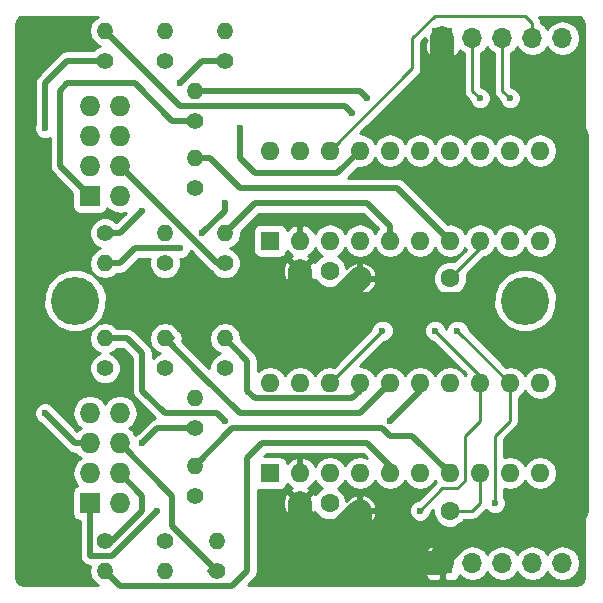
<source format=gbl>
G04 #@! TF.FileFunction,Copper,L2,Bot,Signal*
%FSLAX46Y46*%
G04 Gerber Fmt 4.6, Leading zero omitted, Abs format (unit mm)*
G04 Created by KiCad (PCBNEW 4.0.5) date Sat Jan 28 10:55:45 2017*
%MOMM*%
%LPD*%
G01*
G04 APERTURE LIST*
%ADD10C,0.100000*%
%ADD11R,1.600000X1.600000*%
%ADD12O,1.600000X1.600000*%
%ADD13C,1.400000*%
%ADD14O,1.400000X1.400000*%
%ADD15R,1.700000X1.700000*%
%ADD16O,1.700000X1.700000*%
%ADD17C,1.600000*%
%ADD18R,1.727200X1.727200*%
%ADD19O,1.727200X1.727200*%
%ADD20C,4.064000*%
%ADD21C,0.600000*%
%ADD22C,2.000000*%
%ADD23C,0.250000*%
%ADD24C,0.500000*%
%ADD25C,0.254000*%
G04 APERTURE END LIST*
D10*
D11*
X155575000Y-135890000D03*
D12*
X178435000Y-128270000D03*
X158115000Y-135890000D03*
X175895000Y-128270000D03*
X160655000Y-135890000D03*
X173355000Y-128270000D03*
X163195000Y-135890000D03*
X170815000Y-128270000D03*
X165735000Y-135890000D03*
X168275000Y-128270000D03*
X168275000Y-135890000D03*
X165735000Y-128270000D03*
X170815000Y-135890000D03*
X163195000Y-128270000D03*
X173355000Y-135890000D03*
X160655000Y-128270000D03*
X175895000Y-135890000D03*
X158115000Y-128270000D03*
X178435000Y-135890000D03*
X155575000Y-128270000D03*
D13*
X151130000Y-144145000D03*
D14*
X151130000Y-141605000D03*
D15*
X170180000Y-143510000D03*
D16*
X172720000Y-143510000D03*
X175260000Y-143510000D03*
X177800000Y-143510000D03*
X180340000Y-143510000D03*
D15*
X170180000Y-99060000D03*
D16*
X172720000Y-99060000D03*
X175260000Y-99060000D03*
X177800000Y-99060000D03*
X180340000Y-99060000D03*
D17*
X158115000Y-118745000D03*
X160615000Y-118745000D03*
X158115000Y-138430000D03*
X160615000Y-138430000D03*
D11*
X155575000Y-116205000D03*
D12*
X178435000Y-108585000D03*
X158115000Y-116205000D03*
X175895000Y-108585000D03*
X160655000Y-116205000D03*
X173355000Y-108585000D03*
X163195000Y-116205000D03*
X170815000Y-108585000D03*
X165735000Y-116205000D03*
X168275000Y-108585000D03*
X168275000Y-116205000D03*
X165735000Y-108585000D03*
X170815000Y-116205000D03*
X163195000Y-108585000D03*
X173355000Y-116205000D03*
X160655000Y-108585000D03*
X175895000Y-116205000D03*
X158115000Y-108585000D03*
X178435000Y-116205000D03*
X155575000Y-108585000D03*
D18*
X140335000Y-138430000D03*
D19*
X142875000Y-138430000D03*
X140335000Y-135890000D03*
X142875000Y-135890000D03*
X140335000Y-133350000D03*
X142875000Y-133350000D03*
X140335000Y-130810000D03*
X142875000Y-130810000D03*
D18*
X140335000Y-112395000D03*
D19*
X142875000Y-112395000D03*
X140335000Y-109855000D03*
X142875000Y-109855000D03*
X140335000Y-107315000D03*
X142875000Y-107315000D03*
X140335000Y-104775000D03*
X142875000Y-104775000D03*
D17*
X170815000Y-139065000D03*
D12*
X163195000Y-139065000D03*
D17*
X170815000Y-119380000D03*
D12*
X163195000Y-119380000D03*
D13*
X146685000Y-141605000D03*
D14*
X146685000Y-144145000D03*
D13*
X141605000Y-141605000D03*
D14*
X141605000Y-144145000D03*
D13*
X149225000Y-137795000D03*
D14*
X149225000Y-135255000D03*
D13*
X149225000Y-132080000D03*
D14*
X149225000Y-129540000D03*
D13*
X141605000Y-127000000D03*
D14*
X141605000Y-124460000D03*
D13*
X146685000Y-127000000D03*
D14*
X146685000Y-124460000D03*
D13*
X151765000Y-127000000D03*
D14*
X151765000Y-124460000D03*
D13*
X146685000Y-118110000D03*
D14*
X146685000Y-115570000D03*
D13*
X151765000Y-118110000D03*
D14*
X151765000Y-115570000D03*
D13*
X141605000Y-115570000D03*
D14*
X141605000Y-118110000D03*
D13*
X149225000Y-111760000D03*
D14*
X149225000Y-109220000D03*
D13*
X149225000Y-106045000D03*
D14*
X149225000Y-103505000D03*
D13*
X141605000Y-100965000D03*
D14*
X141605000Y-98425000D03*
D13*
X146685000Y-100965000D03*
D14*
X146685000Y-98425000D03*
D13*
X151765000Y-100965000D03*
D14*
X151765000Y-98425000D03*
D20*
X139065000Y-121285000D03*
X177165000Y-121285000D03*
D21*
X174625000Y-138430000D03*
X175895000Y-104140000D03*
X171450000Y-123825000D03*
X168275000Y-139065000D03*
X173355000Y-104140000D03*
X169545000Y-123825000D03*
X165735000Y-131445000D03*
X151765000Y-131445000D03*
X165100000Y-123825000D03*
X163830000Y-104140000D03*
X162560000Y-105410000D03*
X151765000Y-113030000D03*
X149860000Y-115570000D03*
X147955000Y-116840000D03*
X153035000Y-106680000D03*
X146050000Y-139065000D03*
X144780000Y-133350000D03*
X136525000Y-130810000D03*
X136525000Y-106680000D03*
X144780000Y-113665000D03*
X147955000Y-102870000D03*
D22*
X163195000Y-119380000D02*
X160972500Y-121602500D01*
X170180000Y-143510000D02*
X170180000Y-142875000D01*
X170180000Y-142875000D02*
X172085000Y-140970000D01*
X181610000Y-139065000D02*
X181610000Y-125730000D01*
X179705000Y-140970000D02*
X181610000Y-139065000D01*
X172085000Y-140970000D02*
X179705000Y-140970000D01*
X160972500Y-121602500D02*
X172402500Y-121602500D01*
X176530000Y-125730000D02*
X181610000Y-125730000D01*
X172402500Y-121602500D02*
X176530000Y-125730000D01*
X170180000Y-99060000D02*
X170180000Y-104140000D01*
X181610000Y-118110000D02*
X181610000Y-125730000D01*
X181610000Y-107315000D02*
X181610000Y-118110000D01*
X180340000Y-106045000D02*
X181610000Y-107315000D01*
X172085000Y-106045000D02*
X180340000Y-106045000D01*
X170180000Y-104140000D02*
X172085000Y-106045000D01*
X170180000Y-143510000D02*
X170180000Y-142875000D01*
X163195000Y-139065000D02*
X163195000Y-140335000D01*
X166370000Y-143510000D02*
X170180000Y-143510000D01*
X163195000Y-140335000D02*
X166370000Y-143510000D01*
X158115000Y-138430000D02*
X158115000Y-139700000D01*
X161290000Y-140970000D02*
X163195000Y-139065000D01*
X159385000Y-140970000D02*
X161290000Y-140970000D01*
X158115000Y-139700000D02*
X159385000Y-140970000D01*
X160972500Y-121602500D02*
X160655000Y-121920000D01*
X160655000Y-121920000D02*
X161290000Y-121920000D01*
D23*
X163195000Y-118745000D02*
X163195000Y-120015000D01*
D22*
X158115000Y-120015000D02*
X160020000Y-121920000D01*
X160020000Y-121920000D02*
X161290000Y-121920000D01*
X158115000Y-118745000D02*
X158115000Y-120015000D01*
D23*
X175895000Y-131445000D02*
X175895000Y-128270000D01*
X174625000Y-132715000D02*
X175895000Y-131445000D01*
X174625000Y-138430000D02*
X174625000Y-132715000D01*
X175260000Y-103505000D02*
X175260000Y-99060000D01*
X175895000Y-104140000D02*
X175260000Y-103505000D01*
X175895000Y-108585000D02*
X175895000Y-109220000D01*
X175895000Y-128270000D02*
X171450000Y-123825000D01*
X173355000Y-131445000D02*
X173355000Y-128270000D01*
X172085000Y-132715000D02*
X173355000Y-131445000D01*
X172085000Y-136525000D02*
X172085000Y-132715000D01*
X171450000Y-137160000D02*
X172085000Y-136525000D01*
X170180000Y-137160000D02*
X171450000Y-137160000D01*
X168275000Y-139065000D02*
X170180000Y-137160000D01*
X172720000Y-103505000D02*
X172720000Y-99060000D01*
X173355000Y-104140000D02*
X172720000Y-103505000D01*
X173355000Y-128905000D02*
X173355000Y-128270000D01*
X173355000Y-128270000D02*
X173355000Y-127635000D01*
X173355000Y-127635000D02*
X169545000Y-123825000D01*
X177800000Y-99060000D02*
X177800000Y-97790000D01*
X167640000Y-101600000D02*
X160655000Y-108585000D01*
X167640000Y-99060000D02*
X167640000Y-101600000D01*
X169545000Y-97155000D02*
X167640000Y-99060000D01*
X177165000Y-97155000D02*
X169545000Y-97155000D01*
X177800000Y-97790000D02*
X177165000Y-97155000D01*
X160655000Y-108585000D02*
X160655000Y-107950000D01*
D24*
X165735000Y-135890000D02*
X165735000Y-135255000D01*
X165735000Y-135255000D02*
X163830000Y-133350000D01*
X163830000Y-133350000D02*
X154940000Y-133350000D01*
X154940000Y-133350000D02*
X153670000Y-134620000D01*
X153670000Y-134620000D02*
X153670000Y-144145000D01*
X153670000Y-144145000D02*
X152400000Y-145415000D01*
X152400000Y-145415000D02*
X142875000Y-145415000D01*
X142875000Y-145415000D02*
X141605000Y-144145000D01*
X141605000Y-124460000D02*
X143510000Y-124460000D01*
X165735000Y-131445000D02*
X168275000Y-128905000D01*
X151130000Y-130810000D02*
X151765000Y-131445000D01*
X146685000Y-130810000D02*
X151130000Y-130810000D01*
X144780000Y-128905000D02*
X146685000Y-130810000D01*
X144780000Y-125730000D02*
X144780000Y-128905000D01*
X143510000Y-124460000D02*
X144780000Y-125730000D01*
X168275000Y-128905000D02*
X168275000Y-128270000D01*
X165735000Y-128270000D02*
X163195000Y-130810000D01*
X149860000Y-127635000D02*
X146685000Y-124460000D01*
X153035000Y-130810000D02*
X149860000Y-127635000D01*
X163195000Y-130810000D02*
X153035000Y-130810000D01*
X146685000Y-124460000D02*
X147320000Y-124460000D01*
X149225000Y-135255000D02*
X152400000Y-132080000D01*
X167640000Y-132715000D02*
X170815000Y-135890000D01*
X165735000Y-132715000D02*
X167640000Y-132715000D01*
X165100000Y-132080000D02*
X165735000Y-132715000D01*
X152400000Y-132080000D02*
X165100000Y-132080000D01*
X163195000Y-128270000D02*
X163195000Y-128905000D01*
X163195000Y-128905000D02*
X162560000Y-129540000D01*
X153670000Y-126365000D02*
X151765000Y-124460000D01*
X153670000Y-128905000D02*
X153670000Y-126365000D01*
X154305000Y-129540000D02*
X153670000Y-128905000D01*
X162560000Y-129540000D02*
X154305000Y-129540000D01*
D23*
X170815000Y-139065000D02*
X172720000Y-139065000D01*
X173355000Y-138430000D02*
X173355000Y-135890000D01*
X172720000Y-139065000D02*
X173355000Y-138430000D01*
X170815000Y-139065000D02*
X170815000Y-138430000D01*
X160655000Y-128270000D02*
X165100000Y-123825000D01*
D24*
X163830000Y-104140000D02*
X163195000Y-103505000D01*
X163195000Y-103505000D02*
X149225000Y-103505000D01*
X151765000Y-115570000D02*
X154305000Y-113030000D01*
X165735000Y-114935000D02*
X165735000Y-116205000D01*
X163830000Y-113030000D02*
X165735000Y-114935000D01*
X154305000Y-113030000D02*
X163830000Y-113030000D01*
X162560000Y-105410000D02*
X161925000Y-104775000D01*
X161925000Y-104775000D02*
X147955000Y-104775000D01*
X147955000Y-104775000D02*
X141605000Y-98425000D01*
X141605000Y-118110000D02*
X142875000Y-118110000D01*
X151765000Y-113665000D02*
X151765000Y-113030000D01*
X149860000Y-115570000D02*
X151765000Y-113665000D01*
X144145000Y-116840000D02*
X147955000Y-116840000D01*
X142875000Y-118110000D02*
X144145000Y-116840000D01*
X149225000Y-109220000D02*
X150495000Y-109220000D01*
X166370000Y-111760000D02*
X170815000Y-116205000D01*
X153035000Y-111760000D02*
X166370000Y-111760000D01*
X150495000Y-109220000D02*
X153035000Y-111760000D01*
X161290000Y-110490000D02*
X163195000Y-108585000D01*
X154305000Y-110490000D02*
X161290000Y-110490000D01*
X153035000Y-109220000D02*
X154305000Y-110490000D01*
X153035000Y-106680000D02*
X153035000Y-109220000D01*
D23*
X173355000Y-116205000D02*
X173355000Y-116840000D01*
X173355000Y-116840000D02*
X170815000Y-119380000D01*
D24*
X149225000Y-132080000D02*
X146050000Y-132080000D01*
X140335000Y-142875000D02*
X140335000Y-138430000D01*
X142240000Y-142875000D02*
X140335000Y-142875000D01*
X146050000Y-139065000D02*
X142240000Y-142875000D01*
X146050000Y-132080000D02*
X144780000Y-133350000D01*
X141605000Y-141605000D02*
X142240000Y-141605000D01*
X142240000Y-141605000D02*
X144780000Y-139065000D01*
X144780000Y-139065000D02*
X144780000Y-137795000D01*
X144780000Y-137795000D02*
X142875000Y-135890000D01*
X139065000Y-133350000D02*
X140335000Y-133350000D01*
X136525000Y-130810000D02*
X139065000Y-133350000D01*
X142875000Y-133350000D02*
X147320000Y-137795000D01*
X147320000Y-140335000D02*
X151130000Y-144145000D01*
X147320000Y-137795000D02*
X147320000Y-140335000D01*
X151130000Y-144145000D02*
X150495000Y-144145000D01*
X149225000Y-106045000D02*
X147320000Y-106045000D01*
X137795000Y-109855000D02*
X140335000Y-112395000D01*
X137795000Y-103505000D02*
X137795000Y-109855000D01*
X138430000Y-102870000D02*
X137795000Y-103505000D01*
X144145000Y-102870000D02*
X138430000Y-102870000D01*
X147320000Y-106045000D02*
X144145000Y-102870000D01*
X141605000Y-100965000D02*
X138430000Y-100965000D01*
X136525000Y-102870000D02*
X136525000Y-106680000D01*
X138430000Y-100965000D02*
X136525000Y-102870000D01*
X151765000Y-118110000D02*
X151130000Y-118110000D01*
X151130000Y-118110000D02*
X142875000Y-109855000D01*
X141605000Y-115570000D02*
X142875000Y-115570000D01*
X142875000Y-115570000D02*
X144780000Y-113665000D01*
X149860000Y-100965000D02*
X151765000Y-100965000D01*
X147955000Y-102870000D02*
X149860000Y-100965000D01*
D25*
G36*
X140661012Y-97454858D02*
X140371621Y-97887964D01*
X140270000Y-98398846D01*
X140270000Y-98451154D01*
X140371621Y-98962036D01*
X140661012Y-99395142D01*
X141094118Y-99684533D01*
X141171045Y-99699835D01*
X140849771Y-99832582D01*
X140601921Y-100080000D01*
X138430005Y-100080000D01*
X138430000Y-100079999D01*
X138147516Y-100136190D01*
X138091325Y-100147367D01*
X137804210Y-100339210D01*
X137804208Y-100339213D01*
X135899210Y-102244210D01*
X135707367Y-102531325D01*
X135707367Y-102531326D01*
X135639999Y-102870000D01*
X135640000Y-102870005D01*
X135640000Y-106373178D01*
X135590162Y-106493201D01*
X135589838Y-106865167D01*
X135731883Y-107208943D01*
X135994673Y-107472192D01*
X136338201Y-107614838D01*
X136710167Y-107615162D01*
X136910000Y-107532593D01*
X136910000Y-109854995D01*
X136909999Y-109855000D01*
X136959728Y-110105000D01*
X136977367Y-110193675D01*
X137131778Y-110424769D01*
X137169210Y-110480790D01*
X138823960Y-112135539D01*
X138823960Y-113258600D01*
X138868238Y-113493917D01*
X139007310Y-113710041D01*
X139219510Y-113855031D01*
X139471400Y-113906040D01*
X141198600Y-113906040D01*
X141433917Y-113861762D01*
X141650041Y-113722690D01*
X141795031Y-113510490D01*
X141803864Y-113466869D01*
X141815330Y-113484029D01*
X142301511Y-113808885D01*
X142875000Y-113922959D01*
X143368656Y-113824765D01*
X142558190Y-114635230D01*
X142362204Y-114438902D01*
X141871713Y-114235232D01*
X141340617Y-114234769D01*
X140849771Y-114437582D01*
X140473902Y-114812796D01*
X140270232Y-115303287D01*
X140269769Y-115834383D01*
X140472582Y-116325229D01*
X140847796Y-116701098D01*
X141170788Y-116835216D01*
X141094118Y-116850467D01*
X140661012Y-117139858D01*
X140371621Y-117572964D01*
X140270000Y-118083846D01*
X140270000Y-118136154D01*
X140371621Y-118647036D01*
X140661012Y-119080142D01*
X141094118Y-119369533D01*
X141605000Y-119471154D01*
X142115882Y-119369533D01*
X142548988Y-119080142D01*
X142605878Y-118995000D01*
X142874995Y-118995000D01*
X142875000Y-118995001D01*
X143157484Y-118938810D01*
X143213675Y-118927633D01*
X143500790Y-118735790D01*
X144511579Y-117725000D01*
X145399349Y-117725000D01*
X145350232Y-117843287D01*
X145349769Y-118374383D01*
X145552582Y-118865229D01*
X145927796Y-119241098D01*
X146418287Y-119444768D01*
X146949383Y-119445231D01*
X147440229Y-119242418D01*
X147816098Y-118867204D01*
X148019768Y-118376713D01*
X148020231Y-117845617D01*
X147991066Y-117775032D01*
X148140167Y-117775162D01*
X148483943Y-117633117D01*
X148747192Y-117370327D01*
X148862077Y-117093656D01*
X150504208Y-118735787D01*
X150504210Y-118735790D01*
X150607660Y-118804913D01*
X150632582Y-118865229D01*
X151007796Y-119241098D01*
X151498287Y-119444768D01*
X152029383Y-119445231D01*
X152520229Y-119242418D01*
X152896098Y-118867204D01*
X153036855Y-118528223D01*
X156668035Y-118528223D01*
X156695222Y-119098454D01*
X156861136Y-119499005D01*
X157107255Y-119573139D01*
X157935395Y-118745000D01*
X157107255Y-117916861D01*
X156861136Y-117990995D01*
X156668035Y-118528223D01*
X153036855Y-118528223D01*
X153099768Y-118376713D01*
X153100231Y-117845617D01*
X152897418Y-117354771D01*
X152522204Y-116978902D01*
X152199212Y-116844784D01*
X152275882Y-116829533D01*
X152708988Y-116540142D01*
X152998379Y-116107036D01*
X153100000Y-115596154D01*
X153100000Y-115543846D01*
X153090499Y-115496081D01*
X154671579Y-113915000D01*
X163463420Y-113915000D01*
X164716420Y-115167999D01*
X164465000Y-115544275D01*
X164209698Y-115162189D01*
X163744151Y-114851120D01*
X163195000Y-114741887D01*
X162645849Y-114851120D01*
X162180302Y-115162189D01*
X161925000Y-115544275D01*
X161669698Y-115162189D01*
X161204151Y-114851120D01*
X160655000Y-114741887D01*
X160105849Y-114851120D01*
X159640302Y-115162189D01*
X159370014Y-115566703D01*
X159267389Y-115349866D01*
X158852423Y-114973959D01*
X158464039Y-114813096D01*
X158242000Y-114935085D01*
X158242000Y-116078000D01*
X158262000Y-116078000D01*
X158262000Y-116332000D01*
X158242000Y-116332000D01*
X158242000Y-116352000D01*
X157988000Y-116352000D01*
X157988000Y-116332000D01*
X157968000Y-116332000D01*
X157968000Y-116078000D01*
X157988000Y-116078000D01*
X157988000Y-114935085D01*
X157765961Y-114813096D01*
X157377577Y-114973959D01*
X157004864Y-115311590D01*
X156978162Y-115169683D01*
X156839090Y-114953559D01*
X156626890Y-114808569D01*
X156375000Y-114757560D01*
X154775000Y-114757560D01*
X154539683Y-114801838D01*
X154323559Y-114940910D01*
X154178569Y-115153110D01*
X154127560Y-115405000D01*
X154127560Y-117005000D01*
X154171838Y-117240317D01*
X154310910Y-117456441D01*
X154523110Y-117601431D01*
X154775000Y-117652440D01*
X156375000Y-117652440D01*
X156610317Y-117608162D01*
X156826441Y-117469090D01*
X156971431Y-117256890D01*
X157003732Y-117097384D01*
X157377577Y-117436041D01*
X157435793Y-117460153D01*
X157360995Y-117491136D01*
X157286861Y-117737255D01*
X158115000Y-118565395D01*
X158943139Y-117737255D01*
X158869005Y-117491136D01*
X158788911Y-117462347D01*
X158852423Y-117436041D01*
X159267389Y-117060134D01*
X159370014Y-116843297D01*
X159640302Y-117247811D01*
X159961426Y-117462379D01*
X159803200Y-117527757D01*
X159399176Y-117931077D01*
X159371577Y-117997544D01*
X159368864Y-117990995D01*
X159122745Y-117916861D01*
X158294605Y-118745000D01*
X159122745Y-119573139D01*
X159368864Y-119499005D01*
X159371196Y-119492517D01*
X159397757Y-119556800D01*
X159801077Y-119960824D01*
X160328309Y-120179750D01*
X160899187Y-120180248D01*
X161426800Y-119962243D01*
X161830824Y-119558923D01*
X161852383Y-119507002D01*
X161925084Y-119507002D01*
X161803096Y-119729039D01*
X161963959Y-120117423D01*
X162339866Y-120532389D01*
X162845959Y-120771914D01*
X163068000Y-120650629D01*
X163068000Y-119507000D01*
X163322000Y-119507000D01*
X163322000Y-120650629D01*
X163544041Y-120771914D01*
X164050134Y-120532389D01*
X164426041Y-120117423D01*
X164586904Y-119729039D01*
X164464915Y-119507000D01*
X163322000Y-119507000D01*
X163068000Y-119507000D01*
X163048000Y-119507000D01*
X163048000Y-119253000D01*
X163068000Y-119253000D01*
X163068000Y-118109371D01*
X163322000Y-118109371D01*
X163322000Y-119253000D01*
X164464915Y-119253000D01*
X164586904Y-119030961D01*
X164426041Y-118642577D01*
X164050134Y-118227611D01*
X163544041Y-117988086D01*
X163322000Y-118109371D01*
X163068000Y-118109371D01*
X162845959Y-117988086D01*
X162339866Y-118227611D01*
X162050172Y-118547405D01*
X162050248Y-118460813D01*
X161832243Y-117933200D01*
X161428923Y-117529176D01*
X161317715Y-117482999D01*
X161669698Y-117247811D01*
X161925000Y-116865725D01*
X162180302Y-117247811D01*
X162645849Y-117558880D01*
X163195000Y-117668113D01*
X163744151Y-117558880D01*
X164209698Y-117247811D01*
X164465000Y-116865725D01*
X164720302Y-117247811D01*
X165185849Y-117558880D01*
X165735000Y-117668113D01*
X166284151Y-117558880D01*
X166749698Y-117247811D01*
X167005000Y-116865725D01*
X167260302Y-117247811D01*
X167725849Y-117558880D01*
X168275000Y-117668113D01*
X168824151Y-117558880D01*
X169289698Y-117247811D01*
X169545000Y-116865725D01*
X169800302Y-117247811D01*
X170265849Y-117558880D01*
X170815000Y-117668113D01*
X171364151Y-117558880D01*
X171829698Y-117247811D01*
X172085000Y-116865725D01*
X172152881Y-116967317D01*
X171153454Y-117966744D01*
X171101691Y-117945250D01*
X170530813Y-117944752D01*
X170003200Y-118162757D01*
X169599176Y-118566077D01*
X169380250Y-119093309D01*
X169379752Y-119664187D01*
X169597757Y-120191800D01*
X170001077Y-120595824D01*
X170528309Y-120814750D01*
X171099187Y-120815248D01*
X171626800Y-120597243D01*
X172030824Y-120193923D01*
X172249750Y-119666691D01*
X172250248Y-119095813D01*
X172227951Y-119041851D01*
X173662943Y-117606859D01*
X173904151Y-117558880D01*
X174369698Y-117247811D01*
X174625000Y-116865725D01*
X174880302Y-117247811D01*
X175345849Y-117558880D01*
X175895000Y-117668113D01*
X176444151Y-117558880D01*
X176909698Y-117247811D01*
X177165000Y-116865725D01*
X177420302Y-117247811D01*
X177885849Y-117558880D01*
X178435000Y-117668113D01*
X178984151Y-117558880D01*
X179449698Y-117247811D01*
X179760767Y-116782264D01*
X179870000Y-116233113D01*
X179870000Y-116176887D01*
X179760767Y-115627736D01*
X179449698Y-115162189D01*
X178984151Y-114851120D01*
X178435000Y-114741887D01*
X177885849Y-114851120D01*
X177420302Y-115162189D01*
X177165000Y-115544275D01*
X176909698Y-115162189D01*
X176444151Y-114851120D01*
X175895000Y-114741887D01*
X175345849Y-114851120D01*
X174880302Y-115162189D01*
X174625000Y-115544275D01*
X174369698Y-115162189D01*
X173904151Y-114851120D01*
X173355000Y-114741887D01*
X172805849Y-114851120D01*
X172340302Y-115162189D01*
X172085000Y-115544275D01*
X171829698Y-115162189D01*
X171364151Y-114851120D01*
X170815000Y-114741887D01*
X170638562Y-114776983D01*
X166995790Y-111134210D01*
X166895666Y-111067310D01*
X166708675Y-110942367D01*
X166637644Y-110928238D01*
X166370000Y-110874999D01*
X166369995Y-110875000D01*
X162156580Y-110875000D01*
X163018562Y-110013017D01*
X163195000Y-110048113D01*
X163744151Y-109938880D01*
X164209698Y-109627811D01*
X164465000Y-109245725D01*
X164720302Y-109627811D01*
X165185849Y-109938880D01*
X165735000Y-110048113D01*
X166284151Y-109938880D01*
X166749698Y-109627811D01*
X167005000Y-109245725D01*
X167260302Y-109627811D01*
X167725849Y-109938880D01*
X168275000Y-110048113D01*
X168824151Y-109938880D01*
X169289698Y-109627811D01*
X169545000Y-109245725D01*
X169800302Y-109627811D01*
X170265849Y-109938880D01*
X170815000Y-110048113D01*
X171364151Y-109938880D01*
X171829698Y-109627811D01*
X172085000Y-109245725D01*
X172340302Y-109627811D01*
X172805849Y-109938880D01*
X173355000Y-110048113D01*
X173904151Y-109938880D01*
X174369698Y-109627811D01*
X174625000Y-109245725D01*
X174880302Y-109627811D01*
X175345849Y-109938880D01*
X175895000Y-110048113D01*
X176444151Y-109938880D01*
X176909698Y-109627811D01*
X177165000Y-109245725D01*
X177420302Y-109627811D01*
X177885849Y-109938880D01*
X178435000Y-110048113D01*
X178984151Y-109938880D01*
X179449698Y-109627811D01*
X179760767Y-109162264D01*
X179870000Y-108613113D01*
X179870000Y-108556887D01*
X179760767Y-108007736D01*
X179449698Y-107542189D01*
X178984151Y-107231120D01*
X178435000Y-107121887D01*
X177885849Y-107231120D01*
X177420302Y-107542189D01*
X177165000Y-107924275D01*
X176909698Y-107542189D01*
X176444151Y-107231120D01*
X175895000Y-107121887D01*
X175345849Y-107231120D01*
X174880302Y-107542189D01*
X174625000Y-107924275D01*
X174369698Y-107542189D01*
X173904151Y-107231120D01*
X173355000Y-107121887D01*
X172805849Y-107231120D01*
X172340302Y-107542189D01*
X172085000Y-107924275D01*
X171829698Y-107542189D01*
X171364151Y-107231120D01*
X170815000Y-107121887D01*
X170265849Y-107231120D01*
X169800302Y-107542189D01*
X169545000Y-107924275D01*
X169289698Y-107542189D01*
X168824151Y-107231120D01*
X168275000Y-107121887D01*
X167725849Y-107231120D01*
X167260302Y-107542189D01*
X167005000Y-107924275D01*
X166749698Y-107542189D01*
X166284151Y-107231120D01*
X165735000Y-107121887D01*
X165185849Y-107231120D01*
X164720302Y-107542189D01*
X164465000Y-107924275D01*
X164209698Y-107542189D01*
X163744151Y-107231120D01*
X163195000Y-107121887D01*
X163192397Y-107122405D01*
X168177401Y-102137401D01*
X168342148Y-101890839D01*
X168400000Y-101600000D01*
X168400000Y-99374802D01*
X168695000Y-99079802D01*
X168695000Y-99187002D01*
X168853748Y-99187002D01*
X168695000Y-99345750D01*
X168695000Y-100036309D01*
X168791673Y-100269698D01*
X168970301Y-100448327D01*
X169203690Y-100545000D01*
X169894250Y-100545000D01*
X170053000Y-100386250D01*
X170053000Y-99187000D01*
X170033000Y-99187000D01*
X170033000Y-98933000D01*
X170053000Y-98933000D01*
X170053000Y-98913000D01*
X170307000Y-98913000D01*
X170307000Y-98933000D01*
X170327000Y-98933000D01*
X170327000Y-99187000D01*
X170307000Y-99187000D01*
X170307000Y-100386250D01*
X170465750Y-100545000D01*
X171156310Y-100545000D01*
X171389699Y-100448327D01*
X171568327Y-100269698D01*
X171640597Y-100095223D01*
X171669946Y-100139147D01*
X171960000Y-100332954D01*
X171960000Y-103505000D01*
X172017852Y-103795839D01*
X172182599Y-104042401D01*
X172419878Y-104279680D01*
X172419838Y-104325167D01*
X172561883Y-104668943D01*
X172824673Y-104932192D01*
X173168201Y-105074838D01*
X173540167Y-105075162D01*
X173883943Y-104933117D01*
X174147192Y-104670327D01*
X174289838Y-104326799D01*
X174290162Y-103954833D01*
X174148117Y-103611057D01*
X173885327Y-103347808D01*
X173541799Y-103205162D01*
X173494923Y-103205121D01*
X173480000Y-103190198D01*
X173480000Y-100332954D01*
X173770054Y-100139147D01*
X173990000Y-99809974D01*
X174209946Y-100139147D01*
X174500000Y-100332954D01*
X174500000Y-103505000D01*
X174557852Y-103795839D01*
X174722599Y-104042401D01*
X174959878Y-104279680D01*
X174959838Y-104325167D01*
X175101883Y-104668943D01*
X175364673Y-104932192D01*
X175708201Y-105074838D01*
X176080167Y-105075162D01*
X176423943Y-104933117D01*
X176687192Y-104670327D01*
X176829838Y-104326799D01*
X176830162Y-103954833D01*
X176688117Y-103611057D01*
X176425327Y-103347808D01*
X176081799Y-103205162D01*
X176034923Y-103205121D01*
X176020000Y-103190198D01*
X176020000Y-100332954D01*
X176310054Y-100139147D01*
X176530000Y-99809974D01*
X176749946Y-100139147D01*
X177231715Y-100461054D01*
X177800000Y-100574093D01*
X178368285Y-100461054D01*
X178850054Y-100139147D01*
X179070000Y-99809974D01*
X179289946Y-100139147D01*
X179771715Y-100461054D01*
X180340000Y-100574093D01*
X180908285Y-100461054D01*
X181390054Y-100139147D01*
X181711961Y-99657378D01*
X181825000Y-99089093D01*
X181825000Y-99030907D01*
X181711961Y-98462622D01*
X181390054Y-97980853D01*
X180908285Y-97658946D01*
X180340000Y-97545907D01*
X179771715Y-97658946D01*
X179289946Y-97980853D01*
X179070000Y-98310026D01*
X178850054Y-97980853D01*
X178559322Y-97786593D01*
X178502148Y-97499161D01*
X178337401Y-97252599D01*
X178314802Y-97230000D01*
X181540070Y-97230000D01*
X181818979Y-97285478D01*
X181996145Y-97403856D01*
X182114521Y-97581019D01*
X182170000Y-97859931D01*
X182170000Y-144710069D01*
X182114521Y-144988981D01*
X181996145Y-145166144D01*
X181818979Y-145284522D01*
X181540070Y-145340000D01*
X153726579Y-145340000D01*
X154295787Y-144770792D01*
X154295790Y-144770790D01*
X154487633Y-144483675D01*
X154507152Y-144385546D01*
X154555001Y-144145000D01*
X154555000Y-144144995D01*
X154555000Y-143795750D01*
X168695000Y-143795750D01*
X168695000Y-144486309D01*
X168791673Y-144719698D01*
X168970301Y-144898327D01*
X169203690Y-144995000D01*
X169894250Y-144995000D01*
X170053000Y-144836250D01*
X170053000Y-143637000D01*
X168853750Y-143637000D01*
X168695000Y-143795750D01*
X154555000Y-143795750D01*
X154555000Y-142533691D01*
X168695000Y-142533691D01*
X168695000Y-143224250D01*
X168853750Y-143383000D01*
X170053000Y-143383000D01*
X170053000Y-142183750D01*
X170307000Y-142183750D01*
X170307000Y-143383000D01*
X170327000Y-143383000D01*
X170327000Y-143637000D01*
X170307000Y-143637000D01*
X170307000Y-144836250D01*
X170465750Y-144995000D01*
X171156310Y-144995000D01*
X171389699Y-144898327D01*
X171568327Y-144719698D01*
X171640597Y-144545223D01*
X171669946Y-144589147D01*
X172151715Y-144911054D01*
X172720000Y-145024093D01*
X173288285Y-144911054D01*
X173770054Y-144589147D01*
X173990000Y-144259974D01*
X174209946Y-144589147D01*
X174691715Y-144911054D01*
X175260000Y-145024093D01*
X175828285Y-144911054D01*
X176310054Y-144589147D01*
X176530000Y-144259974D01*
X176749946Y-144589147D01*
X177231715Y-144911054D01*
X177800000Y-145024093D01*
X178368285Y-144911054D01*
X178850054Y-144589147D01*
X179070000Y-144259974D01*
X179289946Y-144589147D01*
X179771715Y-144911054D01*
X180340000Y-145024093D01*
X180908285Y-144911054D01*
X181390054Y-144589147D01*
X181711961Y-144107378D01*
X181825000Y-143539093D01*
X181825000Y-143480907D01*
X181711961Y-142912622D01*
X181390054Y-142430853D01*
X180908285Y-142108946D01*
X180340000Y-141995907D01*
X179771715Y-142108946D01*
X179289946Y-142430853D01*
X179070000Y-142760026D01*
X178850054Y-142430853D01*
X178368285Y-142108946D01*
X177800000Y-141995907D01*
X177231715Y-142108946D01*
X176749946Y-142430853D01*
X176530000Y-142760026D01*
X176310054Y-142430853D01*
X175828285Y-142108946D01*
X175260000Y-141995907D01*
X174691715Y-142108946D01*
X174209946Y-142430853D01*
X173990000Y-142760026D01*
X173770054Y-142430853D01*
X173288285Y-142108946D01*
X172720000Y-141995907D01*
X172151715Y-142108946D01*
X171669946Y-142430853D01*
X171640597Y-142474777D01*
X171568327Y-142300302D01*
X171389699Y-142121673D01*
X171156310Y-142025000D01*
X170465750Y-142025000D01*
X170307000Y-142183750D01*
X170053000Y-142183750D01*
X169894250Y-142025000D01*
X169203690Y-142025000D01*
X168970301Y-142121673D01*
X168791673Y-142300302D01*
X168695000Y-142533691D01*
X154555000Y-142533691D01*
X154555000Y-139437745D01*
X157286861Y-139437745D01*
X157360995Y-139683864D01*
X157898223Y-139876965D01*
X158468454Y-139849778D01*
X158869005Y-139683864D01*
X158943139Y-139437745D01*
X158115000Y-138609605D01*
X157286861Y-139437745D01*
X154555000Y-139437745D01*
X154555000Y-138213223D01*
X156668035Y-138213223D01*
X156695222Y-138783454D01*
X156861136Y-139184005D01*
X157107255Y-139258139D01*
X157935395Y-138430000D01*
X157107255Y-137601861D01*
X156861136Y-137675995D01*
X156668035Y-138213223D01*
X154555000Y-138213223D01*
X154555000Y-137292889D01*
X154775000Y-137337440D01*
X156375000Y-137337440D01*
X156610317Y-137293162D01*
X156826441Y-137154090D01*
X156971431Y-136941890D01*
X157003732Y-136782384D01*
X157377577Y-137121041D01*
X157435793Y-137145153D01*
X157360995Y-137176136D01*
X157286861Y-137422255D01*
X158115000Y-138250395D01*
X158943139Y-137422255D01*
X158869005Y-137176136D01*
X158788911Y-137147347D01*
X158852423Y-137121041D01*
X159267389Y-136745134D01*
X159370014Y-136528297D01*
X159640302Y-136932811D01*
X159961426Y-137147379D01*
X159803200Y-137212757D01*
X159399176Y-137616077D01*
X159371577Y-137682544D01*
X159368864Y-137675995D01*
X159122745Y-137601861D01*
X158294605Y-138430000D01*
X159122745Y-139258139D01*
X159368864Y-139184005D01*
X159371196Y-139177517D01*
X159397757Y-139241800D01*
X159801077Y-139645824D01*
X160328309Y-139864750D01*
X160899187Y-139865248D01*
X161426800Y-139647243D01*
X161830824Y-139243923D01*
X161852383Y-139192002D01*
X161925084Y-139192002D01*
X161803096Y-139414039D01*
X161963959Y-139802423D01*
X162339866Y-140217389D01*
X162845959Y-140456914D01*
X163068000Y-140335629D01*
X163068000Y-139192000D01*
X163322000Y-139192000D01*
X163322000Y-140335629D01*
X163544041Y-140456914D01*
X164050134Y-140217389D01*
X164426041Y-139802423D01*
X164586904Y-139414039D01*
X164464915Y-139192000D01*
X163322000Y-139192000D01*
X163068000Y-139192000D01*
X163048000Y-139192000D01*
X163048000Y-138938000D01*
X163068000Y-138938000D01*
X163068000Y-137794371D01*
X163322000Y-137794371D01*
X163322000Y-138938000D01*
X164464915Y-138938000D01*
X164586904Y-138715961D01*
X164426041Y-138327577D01*
X164050134Y-137912611D01*
X163544041Y-137673086D01*
X163322000Y-137794371D01*
X163068000Y-137794371D01*
X162845959Y-137673086D01*
X162339866Y-137912611D01*
X162050172Y-138232405D01*
X162050248Y-138145813D01*
X161832243Y-137618200D01*
X161428923Y-137214176D01*
X161317715Y-137167999D01*
X161669698Y-136932811D01*
X161925000Y-136550725D01*
X162180302Y-136932811D01*
X162645849Y-137243880D01*
X163195000Y-137353113D01*
X163744151Y-137243880D01*
X164209698Y-136932811D01*
X164465000Y-136550725D01*
X164720302Y-136932811D01*
X165185849Y-137243880D01*
X165735000Y-137353113D01*
X166284151Y-137243880D01*
X166749698Y-136932811D01*
X167005000Y-136550725D01*
X167260302Y-136932811D01*
X167725849Y-137243880D01*
X168275000Y-137353113D01*
X168824151Y-137243880D01*
X169289698Y-136932811D01*
X169545000Y-136550725D01*
X169612881Y-136652317D01*
X168135320Y-138129878D01*
X168089833Y-138129838D01*
X167746057Y-138271883D01*
X167482808Y-138534673D01*
X167340162Y-138878201D01*
X167339838Y-139250167D01*
X167481883Y-139593943D01*
X167744673Y-139857192D01*
X168088201Y-139999838D01*
X168460167Y-140000162D01*
X168803943Y-139858117D01*
X169067192Y-139595327D01*
X169209838Y-139251799D01*
X169209879Y-139204923D01*
X169380026Y-139034776D01*
X169379752Y-139349187D01*
X169597757Y-139876800D01*
X170001077Y-140280824D01*
X170528309Y-140499750D01*
X171099187Y-140500248D01*
X171626800Y-140282243D01*
X172030824Y-139878923D01*
X172053215Y-139825000D01*
X172720000Y-139825000D01*
X173010839Y-139767148D01*
X173257401Y-139602401D01*
X173866341Y-138993461D01*
X174094673Y-139222192D01*
X174438201Y-139364838D01*
X174810167Y-139365162D01*
X175153943Y-139223117D01*
X175417192Y-138960327D01*
X175559838Y-138616799D01*
X175560162Y-138244833D01*
X175418117Y-137901057D01*
X175385000Y-137867882D01*
X175385000Y-137251668D01*
X175895000Y-137353113D01*
X176444151Y-137243880D01*
X176909698Y-136932811D01*
X177165000Y-136550725D01*
X177420302Y-136932811D01*
X177885849Y-137243880D01*
X178435000Y-137353113D01*
X178984151Y-137243880D01*
X179449698Y-136932811D01*
X179760767Y-136467264D01*
X179870000Y-135918113D01*
X179870000Y-135861887D01*
X179760767Y-135312736D01*
X179449698Y-134847189D01*
X178984151Y-134536120D01*
X178435000Y-134426887D01*
X177885849Y-134536120D01*
X177420302Y-134847189D01*
X177165000Y-135229275D01*
X176909698Y-134847189D01*
X176444151Y-134536120D01*
X175895000Y-134426887D01*
X175385000Y-134528332D01*
X175385000Y-133029802D01*
X176432401Y-131982401D01*
X176597148Y-131735840D01*
X176655000Y-131445000D01*
X176655000Y-129482995D01*
X176909698Y-129312811D01*
X177165000Y-128930725D01*
X177420302Y-129312811D01*
X177885849Y-129623880D01*
X178435000Y-129733113D01*
X178984151Y-129623880D01*
X179449698Y-129312811D01*
X179760767Y-128847264D01*
X179870000Y-128298113D01*
X179870000Y-128241887D01*
X179760767Y-127692736D01*
X179449698Y-127227189D01*
X178984151Y-126916120D01*
X178435000Y-126806887D01*
X177885849Y-126916120D01*
X177420302Y-127227189D01*
X177165000Y-127609275D01*
X176909698Y-127227189D01*
X176444151Y-126916120D01*
X175895000Y-126806887D01*
X175571114Y-126871312D01*
X172385122Y-123685320D01*
X172385162Y-123639833D01*
X172243117Y-123296057D01*
X171980327Y-123032808D01*
X171636799Y-122890162D01*
X171264833Y-122889838D01*
X170921057Y-123031883D01*
X170657808Y-123294673D01*
X170515162Y-123638201D01*
X170515090Y-123720288D01*
X170480122Y-123685320D01*
X170480162Y-123639833D01*
X170338117Y-123296057D01*
X170075327Y-123032808D01*
X169731799Y-122890162D01*
X169359833Y-122889838D01*
X169016057Y-123031883D01*
X168752808Y-123294673D01*
X168610162Y-123638201D01*
X168609838Y-124010167D01*
X168751883Y-124353943D01*
X169014673Y-124617192D01*
X169358201Y-124759838D01*
X169405077Y-124759879D01*
X172152881Y-127507683D01*
X172085000Y-127609275D01*
X171829698Y-127227189D01*
X171364151Y-126916120D01*
X170815000Y-126806887D01*
X170265849Y-126916120D01*
X169800302Y-127227189D01*
X169545000Y-127609275D01*
X169289698Y-127227189D01*
X168824151Y-126916120D01*
X168275000Y-126806887D01*
X167725849Y-126916120D01*
X167260302Y-127227189D01*
X167005000Y-127609275D01*
X166749698Y-127227189D01*
X166284151Y-126916120D01*
X165735000Y-126806887D01*
X165185849Y-126916120D01*
X164720302Y-127227189D01*
X164465000Y-127609275D01*
X164209698Y-127227189D01*
X163744151Y-126916120D01*
X163195000Y-126806887D01*
X163192397Y-126807405D01*
X165239680Y-124760122D01*
X165285167Y-124760162D01*
X165628943Y-124618117D01*
X165892192Y-124355327D01*
X166034838Y-124011799D01*
X166035162Y-123639833D01*
X165893117Y-123296057D01*
X165630327Y-123032808D01*
X165286799Y-122890162D01*
X164914833Y-122889838D01*
X164571057Y-123031883D01*
X164307808Y-123294673D01*
X164165162Y-123638201D01*
X164165121Y-123685077D01*
X160978886Y-126871312D01*
X160655000Y-126806887D01*
X160105849Y-126916120D01*
X159640302Y-127227189D01*
X159385000Y-127609275D01*
X159129698Y-127227189D01*
X158664151Y-126916120D01*
X158115000Y-126806887D01*
X157565849Y-126916120D01*
X157100302Y-127227189D01*
X156845000Y-127609275D01*
X156589698Y-127227189D01*
X156124151Y-126916120D01*
X155575000Y-126806887D01*
X155025849Y-126916120D01*
X154560302Y-127227189D01*
X154555000Y-127235124D01*
X154555000Y-126365005D01*
X154555001Y-126365000D01*
X154487633Y-126026326D01*
X154487633Y-126026325D01*
X154295790Y-125739210D01*
X154295787Y-125739208D01*
X153090499Y-124533919D01*
X153100000Y-124486154D01*
X153100000Y-124433846D01*
X152998379Y-123922964D01*
X152708988Y-123489858D01*
X152275882Y-123200467D01*
X151765000Y-123098846D01*
X151254118Y-123200467D01*
X150821012Y-123489858D01*
X150531621Y-123922964D01*
X150430000Y-124433846D01*
X150430000Y-124486154D01*
X150531621Y-124997036D01*
X150821012Y-125430142D01*
X151254118Y-125719533D01*
X151331045Y-125734835D01*
X151009771Y-125867582D01*
X150633902Y-126242796D01*
X150430232Y-126733287D01*
X150430040Y-126953461D01*
X148160466Y-124683886D01*
X148205000Y-124460000D01*
X148137633Y-124121325D01*
X147945790Y-123834210D01*
X147789136Y-123729538D01*
X147628988Y-123489858D01*
X147195882Y-123200467D01*
X146685000Y-123098846D01*
X146174118Y-123200467D01*
X145741012Y-123489858D01*
X145451621Y-123922964D01*
X145350000Y-124433846D01*
X145350000Y-124486154D01*
X145451621Y-124997036D01*
X145741012Y-125430142D01*
X146174118Y-125719533D01*
X146251045Y-125734835D01*
X145929771Y-125867582D01*
X145665000Y-126131892D01*
X145665000Y-125730005D01*
X145665001Y-125730000D01*
X145597633Y-125391325D01*
X145566680Y-125345000D01*
X145405790Y-125104210D01*
X145405787Y-125104208D01*
X144135790Y-123834210D01*
X144122006Y-123825000D01*
X143848675Y-123642367D01*
X143792484Y-123631190D01*
X143510000Y-123574999D01*
X143509995Y-123575000D01*
X142605878Y-123575000D01*
X142548988Y-123489858D01*
X142115882Y-123200467D01*
X141605000Y-123098846D01*
X141094118Y-123200467D01*
X140661012Y-123489858D01*
X140371621Y-123922964D01*
X140270000Y-124433846D01*
X140270000Y-124486154D01*
X140371621Y-124997036D01*
X140661012Y-125430142D01*
X141094118Y-125719533D01*
X141171045Y-125734835D01*
X140849771Y-125867582D01*
X140473902Y-126242796D01*
X140270232Y-126733287D01*
X140269769Y-127264383D01*
X140472582Y-127755229D01*
X140847796Y-128131098D01*
X141338287Y-128334768D01*
X141869383Y-128335231D01*
X142360229Y-128132418D01*
X142736098Y-127757204D01*
X142939768Y-127266713D01*
X142940231Y-126735617D01*
X142737418Y-126244771D01*
X142362204Y-125868902D01*
X142039212Y-125734784D01*
X142115882Y-125719533D01*
X142548988Y-125430142D01*
X142605878Y-125345000D01*
X143143420Y-125345000D01*
X143895000Y-126096579D01*
X143895000Y-128904995D01*
X143894999Y-128905000D01*
X143914486Y-129002964D01*
X143962367Y-129243675D01*
X144008562Y-129312811D01*
X144154210Y-129530790D01*
X145856842Y-131233421D01*
X145724064Y-131259833D01*
X145711325Y-131262367D01*
X145424210Y-131454210D01*
X145424208Y-131454213D01*
X144371164Y-132507256D01*
X144251057Y-132556883D01*
X144179873Y-132627943D01*
X143934670Y-132260971D01*
X143663828Y-132080000D01*
X143934670Y-131899029D01*
X144259526Y-131412848D01*
X144373600Y-130839359D01*
X144373600Y-130780641D01*
X144259526Y-130207152D01*
X143934670Y-129720971D01*
X143448489Y-129396115D01*
X142875000Y-129282041D01*
X142301511Y-129396115D01*
X141815330Y-129720971D01*
X141605000Y-130035752D01*
X141394670Y-129720971D01*
X140908489Y-129396115D01*
X140335000Y-129282041D01*
X139761511Y-129396115D01*
X139275330Y-129720971D01*
X138950474Y-130207152D01*
X138836400Y-130780641D01*
X138836400Y-130839359D01*
X138950474Y-131412848D01*
X139275330Y-131899029D01*
X139546172Y-132080000D01*
X139275330Y-132260971D01*
X139256192Y-132289613D01*
X137367744Y-130401164D01*
X137318117Y-130281057D01*
X137055327Y-130017808D01*
X136711799Y-129875162D01*
X136339833Y-129874838D01*
X135996057Y-130016883D01*
X135732808Y-130279673D01*
X135590162Y-130623201D01*
X135589838Y-130995167D01*
X135731883Y-131338943D01*
X135994673Y-131602192D01*
X136115986Y-131652566D01*
X138439208Y-133975787D01*
X138439210Y-133975790D01*
X138726325Y-134167633D01*
X139065000Y-134235000D01*
X139139002Y-134235000D01*
X139275330Y-134439029D01*
X139546172Y-134620000D01*
X139275330Y-134800971D01*
X138950474Y-135287152D01*
X138836400Y-135860641D01*
X138836400Y-135919359D01*
X138950474Y-136492848D01*
X139261574Y-136958442D01*
X139236083Y-136963238D01*
X139019959Y-137102310D01*
X138874969Y-137314510D01*
X138823960Y-137566400D01*
X138823960Y-139293600D01*
X138868238Y-139528917D01*
X139007310Y-139745041D01*
X139219510Y-139890031D01*
X139450000Y-139936706D01*
X139450000Y-142875000D01*
X139517367Y-143213675D01*
X139709210Y-143500790D01*
X139996325Y-143692633D01*
X140335000Y-143760000D01*
X140341379Y-143760000D01*
X140270000Y-144118846D01*
X140270000Y-144171154D01*
X140371621Y-144682036D01*
X140661012Y-145115142D01*
X140997537Y-145340000D01*
X134689931Y-145340000D01*
X134411019Y-145284521D01*
X134233856Y-145166145D01*
X134115478Y-144988979D01*
X134060000Y-144710070D01*
X134060000Y-121813172D01*
X136397538Y-121813172D01*
X136802709Y-122793761D01*
X137552293Y-123544655D01*
X138532173Y-123951536D01*
X139593172Y-123952462D01*
X140573761Y-123547291D01*
X141324655Y-122797707D01*
X141731536Y-121817827D01*
X141731540Y-121813172D01*
X174497538Y-121813172D01*
X174902709Y-122793761D01*
X175652293Y-123544655D01*
X176632173Y-123951536D01*
X177693172Y-123952462D01*
X178673761Y-123547291D01*
X179424655Y-122797707D01*
X179831536Y-121817827D01*
X179832462Y-120756828D01*
X179427291Y-119776239D01*
X178677707Y-119025345D01*
X177697827Y-118618464D01*
X176636828Y-118617538D01*
X175656239Y-119022709D01*
X174905345Y-119772293D01*
X174498464Y-120752173D01*
X174497538Y-121813172D01*
X141731540Y-121813172D01*
X141732462Y-120756828D01*
X141327291Y-119776239D01*
X141303838Y-119752745D01*
X157286861Y-119752745D01*
X157360995Y-119998864D01*
X157898223Y-120191965D01*
X158468454Y-120164778D01*
X158869005Y-119998864D01*
X158943139Y-119752745D01*
X158115000Y-118924605D01*
X157286861Y-119752745D01*
X141303838Y-119752745D01*
X140577707Y-119025345D01*
X139597827Y-118618464D01*
X138536828Y-118617538D01*
X137556239Y-119022709D01*
X136805345Y-119772293D01*
X136398464Y-120752173D01*
X136397538Y-121813172D01*
X134060000Y-121813172D01*
X134060000Y-97859930D01*
X134115478Y-97581021D01*
X134233856Y-97403855D01*
X134411019Y-97285479D01*
X134689931Y-97230000D01*
X140997537Y-97230000D01*
X140661012Y-97454858D01*
X140661012Y-97454858D01*
G37*
X140661012Y-97454858D02*
X140371621Y-97887964D01*
X140270000Y-98398846D01*
X140270000Y-98451154D01*
X140371621Y-98962036D01*
X140661012Y-99395142D01*
X141094118Y-99684533D01*
X141171045Y-99699835D01*
X140849771Y-99832582D01*
X140601921Y-100080000D01*
X138430005Y-100080000D01*
X138430000Y-100079999D01*
X138147516Y-100136190D01*
X138091325Y-100147367D01*
X137804210Y-100339210D01*
X137804208Y-100339213D01*
X135899210Y-102244210D01*
X135707367Y-102531325D01*
X135707367Y-102531326D01*
X135639999Y-102870000D01*
X135640000Y-102870005D01*
X135640000Y-106373178D01*
X135590162Y-106493201D01*
X135589838Y-106865167D01*
X135731883Y-107208943D01*
X135994673Y-107472192D01*
X136338201Y-107614838D01*
X136710167Y-107615162D01*
X136910000Y-107532593D01*
X136910000Y-109854995D01*
X136909999Y-109855000D01*
X136959728Y-110105000D01*
X136977367Y-110193675D01*
X137131778Y-110424769D01*
X137169210Y-110480790D01*
X138823960Y-112135539D01*
X138823960Y-113258600D01*
X138868238Y-113493917D01*
X139007310Y-113710041D01*
X139219510Y-113855031D01*
X139471400Y-113906040D01*
X141198600Y-113906040D01*
X141433917Y-113861762D01*
X141650041Y-113722690D01*
X141795031Y-113510490D01*
X141803864Y-113466869D01*
X141815330Y-113484029D01*
X142301511Y-113808885D01*
X142875000Y-113922959D01*
X143368656Y-113824765D01*
X142558190Y-114635230D01*
X142362204Y-114438902D01*
X141871713Y-114235232D01*
X141340617Y-114234769D01*
X140849771Y-114437582D01*
X140473902Y-114812796D01*
X140270232Y-115303287D01*
X140269769Y-115834383D01*
X140472582Y-116325229D01*
X140847796Y-116701098D01*
X141170788Y-116835216D01*
X141094118Y-116850467D01*
X140661012Y-117139858D01*
X140371621Y-117572964D01*
X140270000Y-118083846D01*
X140270000Y-118136154D01*
X140371621Y-118647036D01*
X140661012Y-119080142D01*
X141094118Y-119369533D01*
X141605000Y-119471154D01*
X142115882Y-119369533D01*
X142548988Y-119080142D01*
X142605878Y-118995000D01*
X142874995Y-118995000D01*
X142875000Y-118995001D01*
X143157484Y-118938810D01*
X143213675Y-118927633D01*
X143500790Y-118735790D01*
X144511579Y-117725000D01*
X145399349Y-117725000D01*
X145350232Y-117843287D01*
X145349769Y-118374383D01*
X145552582Y-118865229D01*
X145927796Y-119241098D01*
X146418287Y-119444768D01*
X146949383Y-119445231D01*
X147440229Y-119242418D01*
X147816098Y-118867204D01*
X148019768Y-118376713D01*
X148020231Y-117845617D01*
X147991066Y-117775032D01*
X148140167Y-117775162D01*
X148483943Y-117633117D01*
X148747192Y-117370327D01*
X148862077Y-117093656D01*
X150504208Y-118735787D01*
X150504210Y-118735790D01*
X150607660Y-118804913D01*
X150632582Y-118865229D01*
X151007796Y-119241098D01*
X151498287Y-119444768D01*
X152029383Y-119445231D01*
X152520229Y-119242418D01*
X152896098Y-118867204D01*
X153036855Y-118528223D01*
X156668035Y-118528223D01*
X156695222Y-119098454D01*
X156861136Y-119499005D01*
X157107255Y-119573139D01*
X157935395Y-118745000D01*
X157107255Y-117916861D01*
X156861136Y-117990995D01*
X156668035Y-118528223D01*
X153036855Y-118528223D01*
X153099768Y-118376713D01*
X153100231Y-117845617D01*
X152897418Y-117354771D01*
X152522204Y-116978902D01*
X152199212Y-116844784D01*
X152275882Y-116829533D01*
X152708988Y-116540142D01*
X152998379Y-116107036D01*
X153100000Y-115596154D01*
X153100000Y-115543846D01*
X153090499Y-115496081D01*
X154671579Y-113915000D01*
X163463420Y-113915000D01*
X164716420Y-115167999D01*
X164465000Y-115544275D01*
X164209698Y-115162189D01*
X163744151Y-114851120D01*
X163195000Y-114741887D01*
X162645849Y-114851120D01*
X162180302Y-115162189D01*
X161925000Y-115544275D01*
X161669698Y-115162189D01*
X161204151Y-114851120D01*
X160655000Y-114741887D01*
X160105849Y-114851120D01*
X159640302Y-115162189D01*
X159370014Y-115566703D01*
X159267389Y-115349866D01*
X158852423Y-114973959D01*
X158464039Y-114813096D01*
X158242000Y-114935085D01*
X158242000Y-116078000D01*
X158262000Y-116078000D01*
X158262000Y-116332000D01*
X158242000Y-116332000D01*
X158242000Y-116352000D01*
X157988000Y-116352000D01*
X157988000Y-116332000D01*
X157968000Y-116332000D01*
X157968000Y-116078000D01*
X157988000Y-116078000D01*
X157988000Y-114935085D01*
X157765961Y-114813096D01*
X157377577Y-114973959D01*
X157004864Y-115311590D01*
X156978162Y-115169683D01*
X156839090Y-114953559D01*
X156626890Y-114808569D01*
X156375000Y-114757560D01*
X154775000Y-114757560D01*
X154539683Y-114801838D01*
X154323559Y-114940910D01*
X154178569Y-115153110D01*
X154127560Y-115405000D01*
X154127560Y-117005000D01*
X154171838Y-117240317D01*
X154310910Y-117456441D01*
X154523110Y-117601431D01*
X154775000Y-117652440D01*
X156375000Y-117652440D01*
X156610317Y-117608162D01*
X156826441Y-117469090D01*
X156971431Y-117256890D01*
X157003732Y-117097384D01*
X157377577Y-117436041D01*
X157435793Y-117460153D01*
X157360995Y-117491136D01*
X157286861Y-117737255D01*
X158115000Y-118565395D01*
X158943139Y-117737255D01*
X158869005Y-117491136D01*
X158788911Y-117462347D01*
X158852423Y-117436041D01*
X159267389Y-117060134D01*
X159370014Y-116843297D01*
X159640302Y-117247811D01*
X159961426Y-117462379D01*
X159803200Y-117527757D01*
X159399176Y-117931077D01*
X159371577Y-117997544D01*
X159368864Y-117990995D01*
X159122745Y-117916861D01*
X158294605Y-118745000D01*
X159122745Y-119573139D01*
X159368864Y-119499005D01*
X159371196Y-119492517D01*
X159397757Y-119556800D01*
X159801077Y-119960824D01*
X160328309Y-120179750D01*
X160899187Y-120180248D01*
X161426800Y-119962243D01*
X161830824Y-119558923D01*
X161852383Y-119507002D01*
X161925084Y-119507002D01*
X161803096Y-119729039D01*
X161963959Y-120117423D01*
X162339866Y-120532389D01*
X162845959Y-120771914D01*
X163068000Y-120650629D01*
X163068000Y-119507000D01*
X163322000Y-119507000D01*
X163322000Y-120650629D01*
X163544041Y-120771914D01*
X164050134Y-120532389D01*
X164426041Y-120117423D01*
X164586904Y-119729039D01*
X164464915Y-119507000D01*
X163322000Y-119507000D01*
X163068000Y-119507000D01*
X163048000Y-119507000D01*
X163048000Y-119253000D01*
X163068000Y-119253000D01*
X163068000Y-118109371D01*
X163322000Y-118109371D01*
X163322000Y-119253000D01*
X164464915Y-119253000D01*
X164586904Y-119030961D01*
X164426041Y-118642577D01*
X164050134Y-118227611D01*
X163544041Y-117988086D01*
X163322000Y-118109371D01*
X163068000Y-118109371D01*
X162845959Y-117988086D01*
X162339866Y-118227611D01*
X162050172Y-118547405D01*
X162050248Y-118460813D01*
X161832243Y-117933200D01*
X161428923Y-117529176D01*
X161317715Y-117482999D01*
X161669698Y-117247811D01*
X161925000Y-116865725D01*
X162180302Y-117247811D01*
X162645849Y-117558880D01*
X163195000Y-117668113D01*
X163744151Y-117558880D01*
X164209698Y-117247811D01*
X164465000Y-116865725D01*
X164720302Y-117247811D01*
X165185849Y-117558880D01*
X165735000Y-117668113D01*
X166284151Y-117558880D01*
X166749698Y-117247811D01*
X167005000Y-116865725D01*
X167260302Y-117247811D01*
X167725849Y-117558880D01*
X168275000Y-117668113D01*
X168824151Y-117558880D01*
X169289698Y-117247811D01*
X169545000Y-116865725D01*
X169800302Y-117247811D01*
X170265849Y-117558880D01*
X170815000Y-117668113D01*
X171364151Y-117558880D01*
X171829698Y-117247811D01*
X172085000Y-116865725D01*
X172152881Y-116967317D01*
X171153454Y-117966744D01*
X171101691Y-117945250D01*
X170530813Y-117944752D01*
X170003200Y-118162757D01*
X169599176Y-118566077D01*
X169380250Y-119093309D01*
X169379752Y-119664187D01*
X169597757Y-120191800D01*
X170001077Y-120595824D01*
X170528309Y-120814750D01*
X171099187Y-120815248D01*
X171626800Y-120597243D01*
X172030824Y-120193923D01*
X172249750Y-119666691D01*
X172250248Y-119095813D01*
X172227951Y-119041851D01*
X173662943Y-117606859D01*
X173904151Y-117558880D01*
X174369698Y-117247811D01*
X174625000Y-116865725D01*
X174880302Y-117247811D01*
X175345849Y-117558880D01*
X175895000Y-117668113D01*
X176444151Y-117558880D01*
X176909698Y-117247811D01*
X177165000Y-116865725D01*
X177420302Y-117247811D01*
X177885849Y-117558880D01*
X178435000Y-117668113D01*
X178984151Y-117558880D01*
X179449698Y-117247811D01*
X179760767Y-116782264D01*
X179870000Y-116233113D01*
X179870000Y-116176887D01*
X179760767Y-115627736D01*
X179449698Y-115162189D01*
X178984151Y-114851120D01*
X178435000Y-114741887D01*
X177885849Y-114851120D01*
X177420302Y-115162189D01*
X177165000Y-115544275D01*
X176909698Y-115162189D01*
X176444151Y-114851120D01*
X175895000Y-114741887D01*
X175345849Y-114851120D01*
X174880302Y-115162189D01*
X174625000Y-115544275D01*
X174369698Y-115162189D01*
X173904151Y-114851120D01*
X173355000Y-114741887D01*
X172805849Y-114851120D01*
X172340302Y-115162189D01*
X172085000Y-115544275D01*
X171829698Y-115162189D01*
X171364151Y-114851120D01*
X170815000Y-114741887D01*
X170638562Y-114776983D01*
X166995790Y-111134210D01*
X166895666Y-111067310D01*
X166708675Y-110942367D01*
X166637644Y-110928238D01*
X166370000Y-110874999D01*
X166369995Y-110875000D01*
X162156580Y-110875000D01*
X163018562Y-110013017D01*
X163195000Y-110048113D01*
X163744151Y-109938880D01*
X164209698Y-109627811D01*
X164465000Y-109245725D01*
X164720302Y-109627811D01*
X165185849Y-109938880D01*
X165735000Y-110048113D01*
X166284151Y-109938880D01*
X166749698Y-109627811D01*
X167005000Y-109245725D01*
X167260302Y-109627811D01*
X167725849Y-109938880D01*
X168275000Y-110048113D01*
X168824151Y-109938880D01*
X169289698Y-109627811D01*
X169545000Y-109245725D01*
X169800302Y-109627811D01*
X170265849Y-109938880D01*
X170815000Y-110048113D01*
X171364151Y-109938880D01*
X171829698Y-109627811D01*
X172085000Y-109245725D01*
X172340302Y-109627811D01*
X172805849Y-109938880D01*
X173355000Y-110048113D01*
X173904151Y-109938880D01*
X174369698Y-109627811D01*
X174625000Y-109245725D01*
X174880302Y-109627811D01*
X175345849Y-109938880D01*
X175895000Y-110048113D01*
X176444151Y-109938880D01*
X176909698Y-109627811D01*
X177165000Y-109245725D01*
X177420302Y-109627811D01*
X177885849Y-109938880D01*
X178435000Y-110048113D01*
X178984151Y-109938880D01*
X179449698Y-109627811D01*
X179760767Y-109162264D01*
X179870000Y-108613113D01*
X179870000Y-108556887D01*
X179760767Y-108007736D01*
X179449698Y-107542189D01*
X178984151Y-107231120D01*
X178435000Y-107121887D01*
X177885849Y-107231120D01*
X177420302Y-107542189D01*
X177165000Y-107924275D01*
X176909698Y-107542189D01*
X176444151Y-107231120D01*
X175895000Y-107121887D01*
X175345849Y-107231120D01*
X174880302Y-107542189D01*
X174625000Y-107924275D01*
X174369698Y-107542189D01*
X173904151Y-107231120D01*
X173355000Y-107121887D01*
X172805849Y-107231120D01*
X172340302Y-107542189D01*
X172085000Y-107924275D01*
X171829698Y-107542189D01*
X171364151Y-107231120D01*
X170815000Y-107121887D01*
X170265849Y-107231120D01*
X169800302Y-107542189D01*
X169545000Y-107924275D01*
X169289698Y-107542189D01*
X168824151Y-107231120D01*
X168275000Y-107121887D01*
X167725849Y-107231120D01*
X167260302Y-107542189D01*
X167005000Y-107924275D01*
X166749698Y-107542189D01*
X166284151Y-107231120D01*
X165735000Y-107121887D01*
X165185849Y-107231120D01*
X164720302Y-107542189D01*
X164465000Y-107924275D01*
X164209698Y-107542189D01*
X163744151Y-107231120D01*
X163195000Y-107121887D01*
X163192397Y-107122405D01*
X168177401Y-102137401D01*
X168342148Y-101890839D01*
X168400000Y-101600000D01*
X168400000Y-99374802D01*
X168695000Y-99079802D01*
X168695000Y-99187002D01*
X168853748Y-99187002D01*
X168695000Y-99345750D01*
X168695000Y-100036309D01*
X168791673Y-100269698D01*
X168970301Y-100448327D01*
X169203690Y-100545000D01*
X169894250Y-100545000D01*
X170053000Y-100386250D01*
X170053000Y-99187000D01*
X170033000Y-99187000D01*
X170033000Y-98933000D01*
X170053000Y-98933000D01*
X170053000Y-98913000D01*
X170307000Y-98913000D01*
X170307000Y-98933000D01*
X170327000Y-98933000D01*
X170327000Y-99187000D01*
X170307000Y-99187000D01*
X170307000Y-100386250D01*
X170465750Y-100545000D01*
X171156310Y-100545000D01*
X171389699Y-100448327D01*
X171568327Y-100269698D01*
X171640597Y-100095223D01*
X171669946Y-100139147D01*
X171960000Y-100332954D01*
X171960000Y-103505000D01*
X172017852Y-103795839D01*
X172182599Y-104042401D01*
X172419878Y-104279680D01*
X172419838Y-104325167D01*
X172561883Y-104668943D01*
X172824673Y-104932192D01*
X173168201Y-105074838D01*
X173540167Y-105075162D01*
X173883943Y-104933117D01*
X174147192Y-104670327D01*
X174289838Y-104326799D01*
X174290162Y-103954833D01*
X174148117Y-103611057D01*
X173885327Y-103347808D01*
X173541799Y-103205162D01*
X173494923Y-103205121D01*
X173480000Y-103190198D01*
X173480000Y-100332954D01*
X173770054Y-100139147D01*
X173990000Y-99809974D01*
X174209946Y-100139147D01*
X174500000Y-100332954D01*
X174500000Y-103505000D01*
X174557852Y-103795839D01*
X174722599Y-104042401D01*
X174959878Y-104279680D01*
X174959838Y-104325167D01*
X175101883Y-104668943D01*
X175364673Y-104932192D01*
X175708201Y-105074838D01*
X176080167Y-105075162D01*
X176423943Y-104933117D01*
X176687192Y-104670327D01*
X176829838Y-104326799D01*
X176830162Y-103954833D01*
X176688117Y-103611057D01*
X176425327Y-103347808D01*
X176081799Y-103205162D01*
X176034923Y-103205121D01*
X176020000Y-103190198D01*
X176020000Y-100332954D01*
X176310054Y-100139147D01*
X176530000Y-99809974D01*
X176749946Y-100139147D01*
X177231715Y-100461054D01*
X177800000Y-100574093D01*
X178368285Y-100461054D01*
X178850054Y-100139147D01*
X179070000Y-99809974D01*
X179289946Y-100139147D01*
X179771715Y-100461054D01*
X180340000Y-100574093D01*
X180908285Y-100461054D01*
X181390054Y-100139147D01*
X181711961Y-99657378D01*
X181825000Y-99089093D01*
X181825000Y-99030907D01*
X181711961Y-98462622D01*
X181390054Y-97980853D01*
X180908285Y-97658946D01*
X180340000Y-97545907D01*
X179771715Y-97658946D01*
X179289946Y-97980853D01*
X179070000Y-98310026D01*
X178850054Y-97980853D01*
X178559322Y-97786593D01*
X178502148Y-97499161D01*
X178337401Y-97252599D01*
X178314802Y-97230000D01*
X181540070Y-97230000D01*
X181818979Y-97285478D01*
X181996145Y-97403856D01*
X182114521Y-97581019D01*
X182170000Y-97859931D01*
X182170000Y-144710069D01*
X182114521Y-144988981D01*
X181996145Y-145166144D01*
X181818979Y-145284522D01*
X181540070Y-145340000D01*
X153726579Y-145340000D01*
X154295787Y-144770792D01*
X154295790Y-144770790D01*
X154487633Y-144483675D01*
X154507152Y-144385546D01*
X154555001Y-144145000D01*
X154555000Y-144144995D01*
X154555000Y-143795750D01*
X168695000Y-143795750D01*
X168695000Y-144486309D01*
X168791673Y-144719698D01*
X168970301Y-144898327D01*
X169203690Y-144995000D01*
X169894250Y-144995000D01*
X170053000Y-144836250D01*
X170053000Y-143637000D01*
X168853750Y-143637000D01*
X168695000Y-143795750D01*
X154555000Y-143795750D01*
X154555000Y-142533691D01*
X168695000Y-142533691D01*
X168695000Y-143224250D01*
X168853750Y-143383000D01*
X170053000Y-143383000D01*
X170053000Y-142183750D01*
X170307000Y-142183750D01*
X170307000Y-143383000D01*
X170327000Y-143383000D01*
X170327000Y-143637000D01*
X170307000Y-143637000D01*
X170307000Y-144836250D01*
X170465750Y-144995000D01*
X171156310Y-144995000D01*
X171389699Y-144898327D01*
X171568327Y-144719698D01*
X171640597Y-144545223D01*
X171669946Y-144589147D01*
X172151715Y-144911054D01*
X172720000Y-145024093D01*
X173288285Y-144911054D01*
X173770054Y-144589147D01*
X173990000Y-144259974D01*
X174209946Y-144589147D01*
X174691715Y-144911054D01*
X175260000Y-145024093D01*
X175828285Y-144911054D01*
X176310054Y-144589147D01*
X176530000Y-144259974D01*
X176749946Y-144589147D01*
X177231715Y-144911054D01*
X177800000Y-145024093D01*
X178368285Y-144911054D01*
X178850054Y-144589147D01*
X179070000Y-144259974D01*
X179289946Y-144589147D01*
X179771715Y-144911054D01*
X180340000Y-145024093D01*
X180908285Y-144911054D01*
X181390054Y-144589147D01*
X181711961Y-144107378D01*
X181825000Y-143539093D01*
X181825000Y-143480907D01*
X181711961Y-142912622D01*
X181390054Y-142430853D01*
X180908285Y-142108946D01*
X180340000Y-141995907D01*
X179771715Y-142108946D01*
X179289946Y-142430853D01*
X179070000Y-142760026D01*
X178850054Y-142430853D01*
X178368285Y-142108946D01*
X177800000Y-141995907D01*
X177231715Y-142108946D01*
X176749946Y-142430853D01*
X176530000Y-142760026D01*
X176310054Y-142430853D01*
X175828285Y-142108946D01*
X175260000Y-141995907D01*
X174691715Y-142108946D01*
X174209946Y-142430853D01*
X173990000Y-142760026D01*
X173770054Y-142430853D01*
X173288285Y-142108946D01*
X172720000Y-141995907D01*
X172151715Y-142108946D01*
X171669946Y-142430853D01*
X171640597Y-142474777D01*
X171568327Y-142300302D01*
X171389699Y-142121673D01*
X171156310Y-142025000D01*
X170465750Y-142025000D01*
X170307000Y-142183750D01*
X170053000Y-142183750D01*
X169894250Y-142025000D01*
X169203690Y-142025000D01*
X168970301Y-142121673D01*
X168791673Y-142300302D01*
X168695000Y-142533691D01*
X154555000Y-142533691D01*
X154555000Y-139437745D01*
X157286861Y-139437745D01*
X157360995Y-139683864D01*
X157898223Y-139876965D01*
X158468454Y-139849778D01*
X158869005Y-139683864D01*
X158943139Y-139437745D01*
X158115000Y-138609605D01*
X157286861Y-139437745D01*
X154555000Y-139437745D01*
X154555000Y-138213223D01*
X156668035Y-138213223D01*
X156695222Y-138783454D01*
X156861136Y-139184005D01*
X157107255Y-139258139D01*
X157935395Y-138430000D01*
X157107255Y-137601861D01*
X156861136Y-137675995D01*
X156668035Y-138213223D01*
X154555000Y-138213223D01*
X154555000Y-137292889D01*
X154775000Y-137337440D01*
X156375000Y-137337440D01*
X156610317Y-137293162D01*
X156826441Y-137154090D01*
X156971431Y-136941890D01*
X157003732Y-136782384D01*
X157377577Y-137121041D01*
X157435793Y-137145153D01*
X157360995Y-137176136D01*
X157286861Y-137422255D01*
X158115000Y-138250395D01*
X158943139Y-137422255D01*
X158869005Y-137176136D01*
X158788911Y-137147347D01*
X158852423Y-137121041D01*
X159267389Y-136745134D01*
X159370014Y-136528297D01*
X159640302Y-136932811D01*
X159961426Y-137147379D01*
X159803200Y-137212757D01*
X159399176Y-137616077D01*
X159371577Y-137682544D01*
X159368864Y-137675995D01*
X159122745Y-137601861D01*
X158294605Y-138430000D01*
X159122745Y-139258139D01*
X159368864Y-139184005D01*
X159371196Y-139177517D01*
X159397757Y-139241800D01*
X159801077Y-139645824D01*
X160328309Y-139864750D01*
X160899187Y-139865248D01*
X161426800Y-139647243D01*
X161830824Y-139243923D01*
X161852383Y-139192002D01*
X161925084Y-139192002D01*
X161803096Y-139414039D01*
X161963959Y-139802423D01*
X162339866Y-140217389D01*
X162845959Y-140456914D01*
X163068000Y-140335629D01*
X163068000Y-139192000D01*
X163322000Y-139192000D01*
X163322000Y-140335629D01*
X163544041Y-140456914D01*
X164050134Y-140217389D01*
X164426041Y-139802423D01*
X164586904Y-139414039D01*
X164464915Y-139192000D01*
X163322000Y-139192000D01*
X163068000Y-139192000D01*
X163048000Y-139192000D01*
X163048000Y-138938000D01*
X163068000Y-138938000D01*
X163068000Y-137794371D01*
X163322000Y-137794371D01*
X163322000Y-138938000D01*
X164464915Y-138938000D01*
X164586904Y-138715961D01*
X164426041Y-138327577D01*
X164050134Y-137912611D01*
X163544041Y-137673086D01*
X163322000Y-137794371D01*
X163068000Y-137794371D01*
X162845959Y-137673086D01*
X162339866Y-137912611D01*
X162050172Y-138232405D01*
X162050248Y-138145813D01*
X161832243Y-137618200D01*
X161428923Y-137214176D01*
X161317715Y-137167999D01*
X161669698Y-136932811D01*
X161925000Y-136550725D01*
X162180302Y-136932811D01*
X162645849Y-137243880D01*
X163195000Y-137353113D01*
X163744151Y-137243880D01*
X164209698Y-136932811D01*
X164465000Y-136550725D01*
X164720302Y-136932811D01*
X165185849Y-137243880D01*
X165735000Y-137353113D01*
X166284151Y-137243880D01*
X166749698Y-136932811D01*
X167005000Y-136550725D01*
X167260302Y-136932811D01*
X167725849Y-137243880D01*
X168275000Y-137353113D01*
X168824151Y-137243880D01*
X169289698Y-136932811D01*
X169545000Y-136550725D01*
X169612881Y-136652317D01*
X168135320Y-138129878D01*
X168089833Y-138129838D01*
X167746057Y-138271883D01*
X167482808Y-138534673D01*
X167340162Y-138878201D01*
X167339838Y-139250167D01*
X167481883Y-139593943D01*
X167744673Y-139857192D01*
X168088201Y-139999838D01*
X168460167Y-140000162D01*
X168803943Y-139858117D01*
X169067192Y-139595327D01*
X169209838Y-139251799D01*
X169209879Y-139204923D01*
X169380026Y-139034776D01*
X169379752Y-139349187D01*
X169597757Y-139876800D01*
X170001077Y-140280824D01*
X170528309Y-140499750D01*
X171099187Y-140500248D01*
X171626800Y-140282243D01*
X172030824Y-139878923D01*
X172053215Y-139825000D01*
X172720000Y-139825000D01*
X173010839Y-139767148D01*
X173257401Y-139602401D01*
X173866341Y-138993461D01*
X174094673Y-139222192D01*
X174438201Y-139364838D01*
X174810167Y-139365162D01*
X175153943Y-139223117D01*
X175417192Y-138960327D01*
X175559838Y-138616799D01*
X175560162Y-138244833D01*
X175418117Y-137901057D01*
X175385000Y-137867882D01*
X175385000Y-137251668D01*
X175895000Y-137353113D01*
X176444151Y-137243880D01*
X176909698Y-136932811D01*
X177165000Y-136550725D01*
X177420302Y-136932811D01*
X177885849Y-137243880D01*
X178435000Y-137353113D01*
X178984151Y-137243880D01*
X179449698Y-136932811D01*
X179760767Y-136467264D01*
X179870000Y-135918113D01*
X179870000Y-135861887D01*
X179760767Y-135312736D01*
X179449698Y-134847189D01*
X178984151Y-134536120D01*
X178435000Y-134426887D01*
X177885849Y-134536120D01*
X177420302Y-134847189D01*
X177165000Y-135229275D01*
X176909698Y-134847189D01*
X176444151Y-134536120D01*
X175895000Y-134426887D01*
X175385000Y-134528332D01*
X175385000Y-133029802D01*
X176432401Y-131982401D01*
X176597148Y-131735840D01*
X176655000Y-131445000D01*
X176655000Y-129482995D01*
X176909698Y-129312811D01*
X177165000Y-128930725D01*
X177420302Y-129312811D01*
X177885849Y-129623880D01*
X178435000Y-129733113D01*
X178984151Y-129623880D01*
X179449698Y-129312811D01*
X179760767Y-128847264D01*
X179870000Y-128298113D01*
X179870000Y-128241887D01*
X179760767Y-127692736D01*
X179449698Y-127227189D01*
X178984151Y-126916120D01*
X178435000Y-126806887D01*
X177885849Y-126916120D01*
X177420302Y-127227189D01*
X177165000Y-127609275D01*
X176909698Y-127227189D01*
X176444151Y-126916120D01*
X175895000Y-126806887D01*
X175571114Y-126871312D01*
X172385122Y-123685320D01*
X172385162Y-123639833D01*
X172243117Y-123296057D01*
X171980327Y-123032808D01*
X171636799Y-122890162D01*
X171264833Y-122889838D01*
X170921057Y-123031883D01*
X170657808Y-123294673D01*
X170515162Y-123638201D01*
X170515090Y-123720288D01*
X170480122Y-123685320D01*
X170480162Y-123639833D01*
X170338117Y-123296057D01*
X170075327Y-123032808D01*
X169731799Y-122890162D01*
X169359833Y-122889838D01*
X169016057Y-123031883D01*
X168752808Y-123294673D01*
X168610162Y-123638201D01*
X168609838Y-124010167D01*
X168751883Y-124353943D01*
X169014673Y-124617192D01*
X169358201Y-124759838D01*
X169405077Y-124759879D01*
X172152881Y-127507683D01*
X172085000Y-127609275D01*
X171829698Y-127227189D01*
X171364151Y-126916120D01*
X170815000Y-126806887D01*
X170265849Y-126916120D01*
X169800302Y-127227189D01*
X169545000Y-127609275D01*
X169289698Y-127227189D01*
X168824151Y-126916120D01*
X168275000Y-126806887D01*
X167725849Y-126916120D01*
X167260302Y-127227189D01*
X167005000Y-127609275D01*
X166749698Y-127227189D01*
X166284151Y-126916120D01*
X165735000Y-126806887D01*
X165185849Y-126916120D01*
X164720302Y-127227189D01*
X164465000Y-127609275D01*
X164209698Y-127227189D01*
X163744151Y-126916120D01*
X163195000Y-126806887D01*
X163192397Y-126807405D01*
X165239680Y-124760122D01*
X165285167Y-124760162D01*
X165628943Y-124618117D01*
X165892192Y-124355327D01*
X166034838Y-124011799D01*
X166035162Y-123639833D01*
X165893117Y-123296057D01*
X165630327Y-123032808D01*
X165286799Y-122890162D01*
X164914833Y-122889838D01*
X164571057Y-123031883D01*
X164307808Y-123294673D01*
X164165162Y-123638201D01*
X164165121Y-123685077D01*
X160978886Y-126871312D01*
X160655000Y-126806887D01*
X160105849Y-126916120D01*
X159640302Y-127227189D01*
X159385000Y-127609275D01*
X159129698Y-127227189D01*
X158664151Y-126916120D01*
X158115000Y-126806887D01*
X157565849Y-126916120D01*
X157100302Y-127227189D01*
X156845000Y-127609275D01*
X156589698Y-127227189D01*
X156124151Y-126916120D01*
X155575000Y-126806887D01*
X155025849Y-126916120D01*
X154560302Y-127227189D01*
X154555000Y-127235124D01*
X154555000Y-126365005D01*
X154555001Y-126365000D01*
X154487633Y-126026326D01*
X154487633Y-126026325D01*
X154295790Y-125739210D01*
X154295787Y-125739208D01*
X153090499Y-124533919D01*
X153100000Y-124486154D01*
X153100000Y-124433846D01*
X152998379Y-123922964D01*
X152708988Y-123489858D01*
X152275882Y-123200467D01*
X151765000Y-123098846D01*
X151254118Y-123200467D01*
X150821012Y-123489858D01*
X150531621Y-123922964D01*
X150430000Y-124433846D01*
X150430000Y-124486154D01*
X150531621Y-124997036D01*
X150821012Y-125430142D01*
X151254118Y-125719533D01*
X151331045Y-125734835D01*
X151009771Y-125867582D01*
X150633902Y-126242796D01*
X150430232Y-126733287D01*
X150430040Y-126953461D01*
X148160466Y-124683886D01*
X148205000Y-124460000D01*
X148137633Y-124121325D01*
X147945790Y-123834210D01*
X147789136Y-123729538D01*
X147628988Y-123489858D01*
X147195882Y-123200467D01*
X146685000Y-123098846D01*
X146174118Y-123200467D01*
X145741012Y-123489858D01*
X145451621Y-123922964D01*
X145350000Y-124433846D01*
X145350000Y-124486154D01*
X145451621Y-124997036D01*
X145741012Y-125430142D01*
X146174118Y-125719533D01*
X146251045Y-125734835D01*
X145929771Y-125867582D01*
X145665000Y-126131892D01*
X145665000Y-125730005D01*
X145665001Y-125730000D01*
X145597633Y-125391325D01*
X145566680Y-125345000D01*
X145405790Y-125104210D01*
X145405787Y-125104208D01*
X144135790Y-123834210D01*
X144122006Y-123825000D01*
X143848675Y-123642367D01*
X143792484Y-123631190D01*
X143510000Y-123574999D01*
X143509995Y-123575000D01*
X142605878Y-123575000D01*
X142548988Y-123489858D01*
X142115882Y-123200467D01*
X141605000Y-123098846D01*
X141094118Y-123200467D01*
X140661012Y-123489858D01*
X140371621Y-123922964D01*
X140270000Y-124433846D01*
X140270000Y-124486154D01*
X140371621Y-124997036D01*
X140661012Y-125430142D01*
X141094118Y-125719533D01*
X141171045Y-125734835D01*
X140849771Y-125867582D01*
X140473902Y-126242796D01*
X140270232Y-126733287D01*
X140269769Y-127264383D01*
X140472582Y-127755229D01*
X140847796Y-128131098D01*
X141338287Y-128334768D01*
X141869383Y-128335231D01*
X142360229Y-128132418D01*
X142736098Y-127757204D01*
X142939768Y-127266713D01*
X142940231Y-126735617D01*
X142737418Y-126244771D01*
X142362204Y-125868902D01*
X142039212Y-125734784D01*
X142115882Y-125719533D01*
X142548988Y-125430142D01*
X142605878Y-125345000D01*
X143143420Y-125345000D01*
X143895000Y-126096579D01*
X143895000Y-128904995D01*
X143894999Y-128905000D01*
X143914486Y-129002964D01*
X143962367Y-129243675D01*
X144008562Y-129312811D01*
X144154210Y-129530790D01*
X145856842Y-131233421D01*
X145724064Y-131259833D01*
X145711325Y-131262367D01*
X145424210Y-131454210D01*
X145424208Y-131454213D01*
X144371164Y-132507256D01*
X144251057Y-132556883D01*
X144179873Y-132627943D01*
X143934670Y-132260971D01*
X143663828Y-132080000D01*
X143934670Y-131899029D01*
X144259526Y-131412848D01*
X144373600Y-130839359D01*
X144373600Y-130780641D01*
X144259526Y-130207152D01*
X143934670Y-129720971D01*
X143448489Y-129396115D01*
X142875000Y-129282041D01*
X142301511Y-129396115D01*
X141815330Y-129720971D01*
X141605000Y-130035752D01*
X141394670Y-129720971D01*
X140908489Y-129396115D01*
X140335000Y-129282041D01*
X139761511Y-129396115D01*
X139275330Y-129720971D01*
X138950474Y-130207152D01*
X138836400Y-130780641D01*
X138836400Y-130839359D01*
X138950474Y-131412848D01*
X139275330Y-131899029D01*
X139546172Y-132080000D01*
X139275330Y-132260971D01*
X139256192Y-132289613D01*
X137367744Y-130401164D01*
X137318117Y-130281057D01*
X137055327Y-130017808D01*
X136711799Y-129875162D01*
X136339833Y-129874838D01*
X135996057Y-130016883D01*
X135732808Y-130279673D01*
X135590162Y-130623201D01*
X135589838Y-130995167D01*
X135731883Y-131338943D01*
X135994673Y-131602192D01*
X136115986Y-131652566D01*
X138439208Y-133975787D01*
X138439210Y-133975790D01*
X138726325Y-134167633D01*
X139065000Y-134235000D01*
X139139002Y-134235000D01*
X139275330Y-134439029D01*
X139546172Y-134620000D01*
X139275330Y-134800971D01*
X138950474Y-135287152D01*
X138836400Y-135860641D01*
X138836400Y-135919359D01*
X138950474Y-136492848D01*
X139261574Y-136958442D01*
X139236083Y-136963238D01*
X139019959Y-137102310D01*
X138874969Y-137314510D01*
X138823960Y-137566400D01*
X138823960Y-139293600D01*
X138868238Y-139528917D01*
X139007310Y-139745041D01*
X139219510Y-139890031D01*
X139450000Y-139936706D01*
X139450000Y-142875000D01*
X139517367Y-143213675D01*
X139709210Y-143500790D01*
X139996325Y-143692633D01*
X140335000Y-143760000D01*
X140341379Y-143760000D01*
X140270000Y-144118846D01*
X140270000Y-144171154D01*
X140371621Y-144682036D01*
X140661012Y-145115142D01*
X140997537Y-145340000D01*
X134689931Y-145340000D01*
X134411019Y-145284521D01*
X134233856Y-145166145D01*
X134115478Y-144988979D01*
X134060000Y-144710070D01*
X134060000Y-121813172D01*
X136397538Y-121813172D01*
X136802709Y-122793761D01*
X137552293Y-123544655D01*
X138532173Y-123951536D01*
X139593172Y-123952462D01*
X140573761Y-123547291D01*
X141324655Y-122797707D01*
X141731536Y-121817827D01*
X141731540Y-121813172D01*
X174497538Y-121813172D01*
X174902709Y-122793761D01*
X175652293Y-123544655D01*
X176632173Y-123951536D01*
X177693172Y-123952462D01*
X178673761Y-123547291D01*
X179424655Y-122797707D01*
X179831536Y-121817827D01*
X179832462Y-120756828D01*
X179427291Y-119776239D01*
X178677707Y-119025345D01*
X177697827Y-118618464D01*
X176636828Y-118617538D01*
X175656239Y-119022709D01*
X174905345Y-119772293D01*
X174498464Y-120752173D01*
X174497538Y-121813172D01*
X141731540Y-121813172D01*
X141732462Y-120756828D01*
X141327291Y-119776239D01*
X141303838Y-119752745D01*
X157286861Y-119752745D01*
X157360995Y-119998864D01*
X157898223Y-120191965D01*
X158468454Y-120164778D01*
X158869005Y-119998864D01*
X158943139Y-119752745D01*
X158115000Y-118924605D01*
X157286861Y-119752745D01*
X141303838Y-119752745D01*
X140577707Y-119025345D01*
X139597827Y-118618464D01*
X138536828Y-118617538D01*
X137556239Y-119022709D01*
X136805345Y-119772293D01*
X136398464Y-120752173D01*
X136397538Y-121813172D01*
X134060000Y-121813172D01*
X134060000Y-97859930D01*
X134115478Y-97581021D01*
X134233856Y-97403855D01*
X134411019Y-97285479D01*
X134689931Y-97230000D01*
X140997537Y-97230000D01*
X140661012Y-97454858D01*
G36*
X163805598Y-134577178D02*
X163744151Y-134536120D01*
X163195000Y-134426887D01*
X162645849Y-134536120D01*
X162180302Y-134847189D01*
X161925000Y-135229275D01*
X161669698Y-134847189D01*
X161204151Y-134536120D01*
X160655000Y-134426887D01*
X160105849Y-134536120D01*
X159640302Y-134847189D01*
X159370014Y-135251703D01*
X159267389Y-135034866D01*
X158852423Y-134658959D01*
X158464039Y-134498096D01*
X158242000Y-134620085D01*
X158242000Y-135763000D01*
X158262000Y-135763000D01*
X158262000Y-136017000D01*
X158242000Y-136017000D01*
X158242000Y-136037000D01*
X157988000Y-136037000D01*
X157988000Y-136017000D01*
X157968000Y-136017000D01*
X157968000Y-135763000D01*
X157988000Y-135763000D01*
X157988000Y-134620085D01*
X157765961Y-134498096D01*
X157377577Y-134658959D01*
X157004864Y-134996590D01*
X156978162Y-134854683D01*
X156839090Y-134638559D01*
X156626890Y-134493569D01*
X156375000Y-134442560D01*
X155099019Y-134442560D01*
X155306579Y-134235000D01*
X163463420Y-134235000D01*
X163805598Y-134577178D01*
X163805598Y-134577178D01*
G37*
X163805598Y-134577178D02*
X163744151Y-134536120D01*
X163195000Y-134426887D01*
X162645849Y-134536120D01*
X162180302Y-134847189D01*
X161925000Y-135229275D01*
X161669698Y-134847189D01*
X161204151Y-134536120D01*
X160655000Y-134426887D01*
X160105849Y-134536120D01*
X159640302Y-134847189D01*
X159370014Y-135251703D01*
X159267389Y-135034866D01*
X158852423Y-134658959D01*
X158464039Y-134498096D01*
X158242000Y-134620085D01*
X158242000Y-135763000D01*
X158262000Y-135763000D01*
X158262000Y-136017000D01*
X158242000Y-136017000D01*
X158242000Y-136037000D01*
X157988000Y-136037000D01*
X157988000Y-136017000D01*
X157968000Y-136017000D01*
X157968000Y-135763000D01*
X157988000Y-135763000D01*
X157988000Y-134620085D01*
X157765961Y-134498096D01*
X157377577Y-134658959D01*
X157004864Y-134996590D01*
X156978162Y-134854683D01*
X156839090Y-134638559D01*
X156626890Y-134493569D01*
X156375000Y-134442560D01*
X155099019Y-134442560D01*
X155306579Y-134235000D01*
X163463420Y-134235000D01*
X163805598Y-134577178D01*
M02*

</source>
